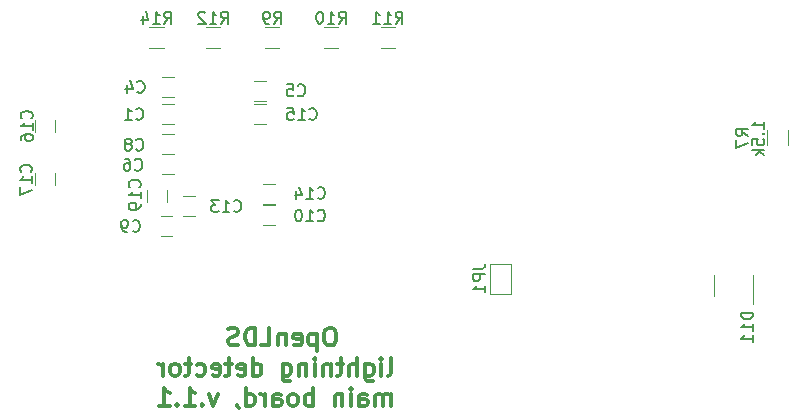
<source format=gbo>
G04 #@! TF.FileFunction,Legend,Bot*
%FSLAX46Y46*%
G04 Gerber Fmt 4.6, Leading zero omitted, Abs format (unit mm)*
G04 Created by KiCad (PCBNEW 4.0.7) date Wed Feb 14 18:29:33 2018*
%MOMM*%
%LPD*%
G01*
G04 APERTURE LIST*
%ADD10C,0.100000*%
%ADD11C,0.300000*%
%ADD12C,0.120000*%
%ADD13C,0.150000*%
G04 APERTURE END LIST*
D10*
D11*
X65428214Y-92196071D02*
X65142500Y-92196071D01*
X64999642Y-92267500D01*
X64856785Y-92410357D01*
X64785357Y-92696071D01*
X64785357Y-93196071D01*
X64856785Y-93481786D01*
X64999642Y-93624643D01*
X65142500Y-93696071D01*
X65428214Y-93696071D01*
X65571071Y-93624643D01*
X65713928Y-93481786D01*
X65785357Y-93196071D01*
X65785357Y-92696071D01*
X65713928Y-92410357D01*
X65571071Y-92267500D01*
X65428214Y-92196071D01*
X64142499Y-92696071D02*
X64142499Y-94196071D01*
X64142499Y-92767500D02*
X63999642Y-92696071D01*
X63713928Y-92696071D01*
X63571071Y-92767500D01*
X63499642Y-92838929D01*
X63428213Y-92981786D01*
X63428213Y-93410357D01*
X63499642Y-93553214D01*
X63571071Y-93624643D01*
X63713928Y-93696071D01*
X63999642Y-93696071D01*
X64142499Y-93624643D01*
X62213928Y-93624643D02*
X62356785Y-93696071D01*
X62642499Y-93696071D01*
X62785356Y-93624643D01*
X62856785Y-93481786D01*
X62856785Y-92910357D01*
X62785356Y-92767500D01*
X62642499Y-92696071D01*
X62356785Y-92696071D01*
X62213928Y-92767500D01*
X62142499Y-92910357D01*
X62142499Y-93053214D01*
X62856785Y-93196071D01*
X61499642Y-92696071D02*
X61499642Y-93696071D01*
X61499642Y-92838929D02*
X61428214Y-92767500D01*
X61285356Y-92696071D01*
X61071071Y-92696071D01*
X60928214Y-92767500D01*
X60856785Y-92910357D01*
X60856785Y-93696071D01*
X59428213Y-93696071D02*
X60142499Y-93696071D01*
X60142499Y-92196071D01*
X58928213Y-93696071D02*
X58928213Y-92196071D01*
X58571070Y-92196071D01*
X58356785Y-92267500D01*
X58213927Y-92410357D01*
X58142499Y-92553214D01*
X58071070Y-92838929D01*
X58071070Y-93053214D01*
X58142499Y-93338929D01*
X58213927Y-93481786D01*
X58356785Y-93624643D01*
X58571070Y-93696071D01*
X58928213Y-93696071D01*
X57499642Y-93624643D02*
X57285356Y-93696071D01*
X56928213Y-93696071D01*
X56785356Y-93624643D01*
X56713927Y-93553214D01*
X56642499Y-93410357D01*
X56642499Y-93267500D01*
X56713927Y-93124643D01*
X56785356Y-93053214D01*
X56928213Y-92981786D01*
X57213927Y-92910357D01*
X57356785Y-92838929D01*
X57428213Y-92767500D01*
X57499642Y-92624643D01*
X57499642Y-92481786D01*
X57428213Y-92338929D01*
X57356785Y-92267500D01*
X57213927Y-92196071D01*
X56856785Y-92196071D01*
X56642499Y-92267500D01*
X70178214Y-96246071D02*
X70321072Y-96174643D01*
X70392500Y-96031786D01*
X70392500Y-94746071D01*
X69606786Y-96246071D02*
X69606786Y-95246071D01*
X69606786Y-94746071D02*
X69678215Y-94817500D01*
X69606786Y-94888929D01*
X69535358Y-94817500D01*
X69606786Y-94746071D01*
X69606786Y-94888929D01*
X68249643Y-95246071D02*
X68249643Y-96460357D01*
X68321072Y-96603214D01*
X68392500Y-96674643D01*
X68535357Y-96746071D01*
X68749643Y-96746071D01*
X68892500Y-96674643D01*
X68249643Y-96174643D02*
X68392500Y-96246071D01*
X68678214Y-96246071D01*
X68821072Y-96174643D01*
X68892500Y-96103214D01*
X68963929Y-95960357D01*
X68963929Y-95531786D01*
X68892500Y-95388929D01*
X68821072Y-95317500D01*
X68678214Y-95246071D01*
X68392500Y-95246071D01*
X68249643Y-95317500D01*
X67535357Y-96246071D02*
X67535357Y-94746071D01*
X66892500Y-96246071D02*
X66892500Y-95460357D01*
X66963929Y-95317500D01*
X67106786Y-95246071D01*
X67321071Y-95246071D01*
X67463929Y-95317500D01*
X67535357Y-95388929D01*
X66392500Y-95246071D02*
X65821071Y-95246071D01*
X66178214Y-94746071D02*
X66178214Y-96031786D01*
X66106786Y-96174643D01*
X65963928Y-96246071D01*
X65821071Y-96246071D01*
X65321071Y-95246071D02*
X65321071Y-96246071D01*
X65321071Y-95388929D02*
X65249643Y-95317500D01*
X65106785Y-95246071D01*
X64892500Y-95246071D01*
X64749643Y-95317500D01*
X64678214Y-95460357D01*
X64678214Y-96246071D01*
X63963928Y-96246071D02*
X63963928Y-95246071D01*
X63963928Y-94746071D02*
X64035357Y-94817500D01*
X63963928Y-94888929D01*
X63892500Y-94817500D01*
X63963928Y-94746071D01*
X63963928Y-94888929D01*
X63249642Y-95246071D02*
X63249642Y-96246071D01*
X63249642Y-95388929D02*
X63178214Y-95317500D01*
X63035356Y-95246071D01*
X62821071Y-95246071D01*
X62678214Y-95317500D01*
X62606785Y-95460357D01*
X62606785Y-96246071D01*
X61249642Y-95246071D02*
X61249642Y-96460357D01*
X61321071Y-96603214D01*
X61392499Y-96674643D01*
X61535356Y-96746071D01*
X61749642Y-96746071D01*
X61892499Y-96674643D01*
X61249642Y-96174643D02*
X61392499Y-96246071D01*
X61678213Y-96246071D01*
X61821071Y-96174643D01*
X61892499Y-96103214D01*
X61963928Y-95960357D01*
X61963928Y-95531786D01*
X61892499Y-95388929D01*
X61821071Y-95317500D01*
X61678213Y-95246071D01*
X61392499Y-95246071D01*
X61249642Y-95317500D01*
X58749642Y-96246071D02*
X58749642Y-94746071D01*
X58749642Y-96174643D02*
X58892499Y-96246071D01*
X59178213Y-96246071D01*
X59321071Y-96174643D01*
X59392499Y-96103214D01*
X59463928Y-95960357D01*
X59463928Y-95531786D01*
X59392499Y-95388929D01*
X59321071Y-95317500D01*
X59178213Y-95246071D01*
X58892499Y-95246071D01*
X58749642Y-95317500D01*
X57463928Y-96174643D02*
X57606785Y-96246071D01*
X57892499Y-96246071D01*
X58035356Y-96174643D01*
X58106785Y-96031786D01*
X58106785Y-95460357D01*
X58035356Y-95317500D01*
X57892499Y-95246071D01*
X57606785Y-95246071D01*
X57463928Y-95317500D01*
X57392499Y-95460357D01*
X57392499Y-95603214D01*
X58106785Y-95746071D01*
X56963928Y-95246071D02*
X56392499Y-95246071D01*
X56749642Y-94746071D02*
X56749642Y-96031786D01*
X56678214Y-96174643D01*
X56535356Y-96246071D01*
X56392499Y-96246071D01*
X55321071Y-96174643D02*
X55463928Y-96246071D01*
X55749642Y-96246071D01*
X55892499Y-96174643D01*
X55963928Y-96031786D01*
X55963928Y-95460357D01*
X55892499Y-95317500D01*
X55749642Y-95246071D01*
X55463928Y-95246071D01*
X55321071Y-95317500D01*
X55249642Y-95460357D01*
X55249642Y-95603214D01*
X55963928Y-95746071D01*
X53963928Y-96174643D02*
X54106785Y-96246071D01*
X54392499Y-96246071D01*
X54535357Y-96174643D01*
X54606785Y-96103214D01*
X54678214Y-95960357D01*
X54678214Y-95531786D01*
X54606785Y-95388929D01*
X54535357Y-95317500D01*
X54392499Y-95246071D01*
X54106785Y-95246071D01*
X53963928Y-95317500D01*
X53535357Y-95246071D02*
X52963928Y-95246071D01*
X53321071Y-94746071D02*
X53321071Y-96031786D01*
X53249643Y-96174643D01*
X53106785Y-96246071D01*
X52963928Y-96246071D01*
X52249642Y-96246071D02*
X52392500Y-96174643D01*
X52463928Y-96103214D01*
X52535357Y-95960357D01*
X52535357Y-95531786D01*
X52463928Y-95388929D01*
X52392500Y-95317500D01*
X52249642Y-95246071D01*
X52035357Y-95246071D01*
X51892500Y-95317500D01*
X51821071Y-95388929D01*
X51749642Y-95531786D01*
X51749642Y-95960357D01*
X51821071Y-96103214D01*
X51892500Y-96174643D01*
X52035357Y-96246071D01*
X52249642Y-96246071D01*
X51106785Y-96246071D02*
X51106785Y-95246071D01*
X51106785Y-95531786D02*
X51035357Y-95388929D01*
X50963928Y-95317500D01*
X50821071Y-95246071D01*
X50678214Y-95246071D01*
X70392500Y-98796071D02*
X70392500Y-97796071D01*
X70392500Y-97938929D02*
X70321072Y-97867500D01*
X70178214Y-97796071D01*
X69963929Y-97796071D01*
X69821072Y-97867500D01*
X69749643Y-98010357D01*
X69749643Y-98796071D01*
X69749643Y-98010357D02*
X69678214Y-97867500D01*
X69535357Y-97796071D01*
X69321072Y-97796071D01*
X69178214Y-97867500D01*
X69106786Y-98010357D01*
X69106786Y-98796071D01*
X67749643Y-98796071D02*
X67749643Y-98010357D01*
X67821072Y-97867500D01*
X67963929Y-97796071D01*
X68249643Y-97796071D01*
X68392500Y-97867500D01*
X67749643Y-98724643D02*
X67892500Y-98796071D01*
X68249643Y-98796071D01*
X68392500Y-98724643D01*
X68463929Y-98581786D01*
X68463929Y-98438929D01*
X68392500Y-98296071D01*
X68249643Y-98224643D01*
X67892500Y-98224643D01*
X67749643Y-98153214D01*
X67035357Y-98796071D02*
X67035357Y-97796071D01*
X67035357Y-97296071D02*
X67106786Y-97367500D01*
X67035357Y-97438929D01*
X66963929Y-97367500D01*
X67035357Y-97296071D01*
X67035357Y-97438929D01*
X66321071Y-97796071D02*
X66321071Y-98796071D01*
X66321071Y-97938929D02*
X66249643Y-97867500D01*
X66106785Y-97796071D01*
X65892500Y-97796071D01*
X65749643Y-97867500D01*
X65678214Y-98010357D01*
X65678214Y-98796071D01*
X63821071Y-98796071D02*
X63821071Y-97296071D01*
X63821071Y-97867500D02*
X63678214Y-97796071D01*
X63392500Y-97796071D01*
X63249643Y-97867500D01*
X63178214Y-97938929D01*
X63106785Y-98081786D01*
X63106785Y-98510357D01*
X63178214Y-98653214D01*
X63249643Y-98724643D01*
X63392500Y-98796071D01*
X63678214Y-98796071D01*
X63821071Y-98724643D01*
X62249642Y-98796071D02*
X62392500Y-98724643D01*
X62463928Y-98653214D01*
X62535357Y-98510357D01*
X62535357Y-98081786D01*
X62463928Y-97938929D01*
X62392500Y-97867500D01*
X62249642Y-97796071D01*
X62035357Y-97796071D01*
X61892500Y-97867500D01*
X61821071Y-97938929D01*
X61749642Y-98081786D01*
X61749642Y-98510357D01*
X61821071Y-98653214D01*
X61892500Y-98724643D01*
X62035357Y-98796071D01*
X62249642Y-98796071D01*
X60463928Y-98796071D02*
X60463928Y-98010357D01*
X60535357Y-97867500D01*
X60678214Y-97796071D01*
X60963928Y-97796071D01*
X61106785Y-97867500D01*
X60463928Y-98724643D02*
X60606785Y-98796071D01*
X60963928Y-98796071D01*
X61106785Y-98724643D01*
X61178214Y-98581786D01*
X61178214Y-98438929D01*
X61106785Y-98296071D01*
X60963928Y-98224643D01*
X60606785Y-98224643D01*
X60463928Y-98153214D01*
X59749642Y-98796071D02*
X59749642Y-97796071D01*
X59749642Y-98081786D02*
X59678214Y-97938929D01*
X59606785Y-97867500D01*
X59463928Y-97796071D01*
X59321071Y-97796071D01*
X58178214Y-98796071D02*
X58178214Y-97296071D01*
X58178214Y-98724643D02*
X58321071Y-98796071D01*
X58606785Y-98796071D01*
X58749643Y-98724643D01*
X58821071Y-98653214D01*
X58892500Y-98510357D01*
X58892500Y-98081786D01*
X58821071Y-97938929D01*
X58749643Y-97867500D01*
X58606785Y-97796071D01*
X58321071Y-97796071D01*
X58178214Y-97867500D01*
X57392500Y-98724643D02*
X57392500Y-98796071D01*
X57463928Y-98938929D01*
X57535357Y-99010357D01*
X55749642Y-97796071D02*
X55392499Y-98796071D01*
X55035357Y-97796071D01*
X54463928Y-98653214D02*
X54392500Y-98724643D01*
X54463928Y-98796071D01*
X54535357Y-98724643D01*
X54463928Y-98653214D01*
X54463928Y-98796071D01*
X52963928Y-98796071D02*
X53821071Y-98796071D01*
X53392499Y-98796071D02*
X53392499Y-97296071D01*
X53535356Y-97510357D01*
X53678214Y-97653214D01*
X53821071Y-97724643D01*
X52321071Y-98653214D02*
X52249643Y-98724643D01*
X52321071Y-98796071D01*
X52392500Y-98724643D01*
X52321071Y-98653214D01*
X52321071Y-98796071D01*
X50821071Y-98796071D02*
X51678214Y-98796071D01*
X51249642Y-98796071D02*
X51249642Y-97296071D01*
X51392499Y-97510357D01*
X51535357Y-97653214D01*
X51678214Y-97724643D01*
D12*
X52028000Y-74963500D02*
X51028000Y-74963500D01*
X51028000Y-73263500D02*
X52028000Y-73263500D01*
X52028000Y-72663500D02*
X51028000Y-72663500D01*
X51028000Y-70963500D02*
X52028000Y-70963500D01*
X58828000Y-71263500D02*
X59828000Y-71263500D01*
X59828000Y-72963500D02*
X58828000Y-72963500D01*
X52028000Y-79163500D02*
X51028000Y-79163500D01*
X51028000Y-77463500D02*
X52028000Y-77463500D01*
X52028000Y-77463500D02*
X51028000Y-77463500D01*
X51028000Y-75763500D02*
X52028000Y-75763500D01*
X50928000Y-82763500D02*
X51928000Y-82763500D01*
X51928000Y-84463500D02*
X50928000Y-84463500D01*
X59628000Y-81788500D02*
X60628000Y-81788500D01*
X60628000Y-83488500D02*
X59628000Y-83488500D01*
X53828000Y-82763500D02*
X52828000Y-82763500D01*
X52828000Y-81063500D02*
X53828000Y-81063500D01*
X59628000Y-80013500D02*
X60628000Y-80013500D01*
X60628000Y-81713500D02*
X59628000Y-81713500D01*
X58828000Y-73263500D02*
X59828000Y-73263500D01*
X59828000Y-74963500D02*
X58828000Y-74963500D01*
X40278000Y-75613500D02*
X40278000Y-74613500D01*
X41978000Y-74613500D02*
X41978000Y-75613500D01*
X41978000Y-79113500D02*
X41978000Y-80113500D01*
X40278000Y-80113500D02*
X40278000Y-79113500D01*
X51478000Y-80513500D02*
X51478000Y-81513500D01*
X49778000Y-81513500D02*
X49778000Y-80513500D01*
X80618000Y-86768500D02*
X80618000Y-89308500D01*
X78838000Y-89308500D02*
X78838000Y-86768500D01*
X78838000Y-89308500D02*
X80618000Y-89308500D01*
X80618000Y-86768500D02*
X78838000Y-86768500D01*
X104058000Y-76688500D02*
X104058000Y-75488500D01*
X102298000Y-75488500D02*
X102298000Y-76688500D01*
X59778000Y-68518500D02*
X60978000Y-68518500D01*
X60978000Y-66758500D02*
X59778000Y-66758500D01*
X64778000Y-68518500D02*
X65978000Y-68518500D01*
X65978000Y-66758500D02*
X64778000Y-66758500D01*
X69578000Y-68518500D02*
X70778000Y-68518500D01*
X70778000Y-66758500D02*
X69578000Y-66758500D01*
X54778000Y-68518500D02*
X55978000Y-68518500D01*
X55978000Y-66758500D02*
X54778000Y-66758500D01*
X49978000Y-68518500D02*
X51178000Y-68518500D01*
X51178000Y-66758500D02*
X49978000Y-66758500D01*
X97818000Y-89538500D02*
X97818000Y-87738500D01*
X101038000Y-87738500D02*
X101038000Y-90188500D01*
D13*
X48844666Y-74495643D02*
X48892285Y-74543262D01*
X49035142Y-74590881D01*
X49130380Y-74590881D01*
X49273238Y-74543262D01*
X49368476Y-74448024D01*
X49416095Y-74352786D01*
X49463714Y-74162310D01*
X49463714Y-74019452D01*
X49416095Y-73828976D01*
X49368476Y-73733738D01*
X49273238Y-73638500D01*
X49130380Y-73590881D01*
X49035142Y-73590881D01*
X48892285Y-73638500D01*
X48844666Y-73686119D01*
X47892285Y-74590881D02*
X48463714Y-74590881D01*
X48178000Y-74590881D02*
X48178000Y-73590881D01*
X48273238Y-73733738D01*
X48368476Y-73828976D01*
X48463714Y-73876595D01*
X48944666Y-72195643D02*
X48992285Y-72243262D01*
X49135142Y-72290881D01*
X49230380Y-72290881D01*
X49373238Y-72243262D01*
X49468476Y-72148024D01*
X49516095Y-72052786D01*
X49563714Y-71862310D01*
X49563714Y-71719452D01*
X49516095Y-71528976D01*
X49468476Y-71433738D01*
X49373238Y-71338500D01*
X49230380Y-71290881D01*
X49135142Y-71290881D01*
X48992285Y-71338500D01*
X48944666Y-71386119D01*
X48087523Y-71624214D02*
X48087523Y-72290881D01*
X48325619Y-71243262D02*
X48563714Y-71957548D01*
X47944666Y-71957548D01*
X62544666Y-72495643D02*
X62592285Y-72543262D01*
X62735142Y-72590881D01*
X62830380Y-72590881D01*
X62973238Y-72543262D01*
X63068476Y-72448024D01*
X63116095Y-72352786D01*
X63163714Y-72162310D01*
X63163714Y-72019452D01*
X63116095Y-71828976D01*
X63068476Y-71733738D01*
X62973238Y-71638500D01*
X62830380Y-71590881D01*
X62735142Y-71590881D01*
X62592285Y-71638500D01*
X62544666Y-71686119D01*
X61639904Y-71590881D02*
X62116095Y-71590881D01*
X62163714Y-72067071D01*
X62116095Y-72019452D01*
X62020857Y-71971833D01*
X61782761Y-71971833D01*
X61687523Y-72019452D01*
X61639904Y-72067071D01*
X61592285Y-72162310D01*
X61592285Y-72400405D01*
X61639904Y-72495643D01*
X61687523Y-72543262D01*
X61782761Y-72590881D01*
X62020857Y-72590881D01*
X62116095Y-72543262D01*
X62163714Y-72495643D01*
X48744666Y-78795643D02*
X48792285Y-78843262D01*
X48935142Y-78890881D01*
X49030380Y-78890881D01*
X49173238Y-78843262D01*
X49268476Y-78748024D01*
X49316095Y-78652786D01*
X49363714Y-78462310D01*
X49363714Y-78319452D01*
X49316095Y-78128976D01*
X49268476Y-78033738D01*
X49173238Y-77938500D01*
X49030380Y-77890881D01*
X48935142Y-77890881D01*
X48792285Y-77938500D01*
X48744666Y-77986119D01*
X47887523Y-77890881D02*
X48078000Y-77890881D01*
X48173238Y-77938500D01*
X48220857Y-77986119D01*
X48316095Y-78128976D01*
X48363714Y-78319452D01*
X48363714Y-78700405D01*
X48316095Y-78795643D01*
X48268476Y-78843262D01*
X48173238Y-78890881D01*
X47982761Y-78890881D01*
X47887523Y-78843262D01*
X47839904Y-78795643D01*
X47792285Y-78700405D01*
X47792285Y-78462310D01*
X47839904Y-78367071D01*
X47887523Y-78319452D01*
X47982761Y-78271833D01*
X48173238Y-78271833D01*
X48268476Y-78319452D01*
X48316095Y-78367071D01*
X48363714Y-78462310D01*
X48844666Y-77095643D02*
X48892285Y-77143262D01*
X49035142Y-77190881D01*
X49130380Y-77190881D01*
X49273238Y-77143262D01*
X49368476Y-77048024D01*
X49416095Y-76952786D01*
X49463714Y-76762310D01*
X49463714Y-76619452D01*
X49416095Y-76428976D01*
X49368476Y-76333738D01*
X49273238Y-76238500D01*
X49130380Y-76190881D01*
X49035142Y-76190881D01*
X48892285Y-76238500D01*
X48844666Y-76286119D01*
X48273238Y-76619452D02*
X48368476Y-76571833D01*
X48416095Y-76524214D01*
X48463714Y-76428976D01*
X48463714Y-76381357D01*
X48416095Y-76286119D01*
X48368476Y-76238500D01*
X48273238Y-76190881D01*
X48082761Y-76190881D01*
X47987523Y-76238500D01*
X47939904Y-76286119D01*
X47892285Y-76381357D01*
X47892285Y-76428976D01*
X47939904Y-76524214D01*
X47987523Y-76571833D01*
X48082761Y-76619452D01*
X48273238Y-76619452D01*
X48368476Y-76667071D01*
X48416095Y-76714690D01*
X48463714Y-76809929D01*
X48463714Y-77000405D01*
X48416095Y-77095643D01*
X48368476Y-77143262D01*
X48273238Y-77190881D01*
X48082761Y-77190881D01*
X47987523Y-77143262D01*
X47939904Y-77095643D01*
X47892285Y-77000405D01*
X47892285Y-76809929D01*
X47939904Y-76714690D01*
X47987523Y-76667071D01*
X48082761Y-76619452D01*
X48544666Y-83995643D02*
X48592285Y-84043262D01*
X48735142Y-84090881D01*
X48830380Y-84090881D01*
X48973238Y-84043262D01*
X49068476Y-83948024D01*
X49116095Y-83852786D01*
X49163714Y-83662310D01*
X49163714Y-83519452D01*
X49116095Y-83328976D01*
X49068476Y-83233738D01*
X48973238Y-83138500D01*
X48830380Y-83090881D01*
X48735142Y-83090881D01*
X48592285Y-83138500D01*
X48544666Y-83186119D01*
X48068476Y-84090881D02*
X47878000Y-84090881D01*
X47782761Y-84043262D01*
X47735142Y-83995643D01*
X47639904Y-83852786D01*
X47592285Y-83662310D01*
X47592285Y-83281357D01*
X47639904Y-83186119D01*
X47687523Y-83138500D01*
X47782761Y-83090881D01*
X47973238Y-83090881D01*
X48068476Y-83138500D01*
X48116095Y-83186119D01*
X48163714Y-83281357D01*
X48163714Y-83519452D01*
X48116095Y-83614690D01*
X48068476Y-83662310D01*
X47973238Y-83709929D01*
X47782761Y-83709929D01*
X47687523Y-83662310D01*
X47639904Y-83614690D01*
X47592285Y-83519452D01*
X64220857Y-83095643D02*
X64268476Y-83143262D01*
X64411333Y-83190881D01*
X64506571Y-83190881D01*
X64649429Y-83143262D01*
X64744667Y-83048024D01*
X64792286Y-82952786D01*
X64839905Y-82762310D01*
X64839905Y-82619452D01*
X64792286Y-82428976D01*
X64744667Y-82333738D01*
X64649429Y-82238500D01*
X64506571Y-82190881D01*
X64411333Y-82190881D01*
X64268476Y-82238500D01*
X64220857Y-82286119D01*
X63268476Y-83190881D02*
X63839905Y-83190881D01*
X63554191Y-83190881D02*
X63554191Y-82190881D01*
X63649429Y-82333738D01*
X63744667Y-82428976D01*
X63839905Y-82476595D01*
X62649429Y-82190881D02*
X62554190Y-82190881D01*
X62458952Y-82238500D01*
X62411333Y-82286119D01*
X62363714Y-82381357D01*
X62316095Y-82571833D01*
X62316095Y-82809929D01*
X62363714Y-83000405D01*
X62411333Y-83095643D01*
X62458952Y-83143262D01*
X62554190Y-83190881D01*
X62649429Y-83190881D01*
X62744667Y-83143262D01*
X62792286Y-83095643D01*
X62839905Y-83000405D01*
X62887524Y-82809929D01*
X62887524Y-82571833D01*
X62839905Y-82381357D01*
X62792286Y-82286119D01*
X62744667Y-82238500D01*
X62649429Y-82190881D01*
X57120857Y-82295643D02*
X57168476Y-82343262D01*
X57311333Y-82390881D01*
X57406571Y-82390881D01*
X57549429Y-82343262D01*
X57644667Y-82248024D01*
X57692286Y-82152786D01*
X57739905Y-81962310D01*
X57739905Y-81819452D01*
X57692286Y-81628976D01*
X57644667Y-81533738D01*
X57549429Y-81438500D01*
X57406571Y-81390881D01*
X57311333Y-81390881D01*
X57168476Y-81438500D01*
X57120857Y-81486119D01*
X56168476Y-82390881D02*
X56739905Y-82390881D01*
X56454191Y-82390881D02*
X56454191Y-81390881D01*
X56549429Y-81533738D01*
X56644667Y-81628976D01*
X56739905Y-81676595D01*
X55835143Y-81390881D02*
X55216095Y-81390881D01*
X55549429Y-81771833D01*
X55406571Y-81771833D01*
X55311333Y-81819452D01*
X55263714Y-81867071D01*
X55216095Y-81962310D01*
X55216095Y-82200405D01*
X55263714Y-82295643D01*
X55311333Y-82343262D01*
X55406571Y-82390881D01*
X55692286Y-82390881D01*
X55787524Y-82343262D01*
X55835143Y-82295643D01*
X64220857Y-81195643D02*
X64268476Y-81243262D01*
X64411333Y-81290881D01*
X64506571Y-81290881D01*
X64649429Y-81243262D01*
X64744667Y-81148024D01*
X64792286Y-81052786D01*
X64839905Y-80862310D01*
X64839905Y-80719452D01*
X64792286Y-80528976D01*
X64744667Y-80433738D01*
X64649429Y-80338500D01*
X64506571Y-80290881D01*
X64411333Y-80290881D01*
X64268476Y-80338500D01*
X64220857Y-80386119D01*
X63268476Y-81290881D02*
X63839905Y-81290881D01*
X63554191Y-81290881D02*
X63554191Y-80290881D01*
X63649429Y-80433738D01*
X63744667Y-80528976D01*
X63839905Y-80576595D01*
X62411333Y-80624214D02*
X62411333Y-81290881D01*
X62649429Y-80243262D02*
X62887524Y-80957548D01*
X62268476Y-80957548D01*
X63520857Y-74495643D02*
X63568476Y-74543262D01*
X63711333Y-74590881D01*
X63806571Y-74590881D01*
X63949429Y-74543262D01*
X64044667Y-74448024D01*
X64092286Y-74352786D01*
X64139905Y-74162310D01*
X64139905Y-74019452D01*
X64092286Y-73828976D01*
X64044667Y-73733738D01*
X63949429Y-73638500D01*
X63806571Y-73590881D01*
X63711333Y-73590881D01*
X63568476Y-73638500D01*
X63520857Y-73686119D01*
X62568476Y-74590881D02*
X63139905Y-74590881D01*
X62854191Y-74590881D02*
X62854191Y-73590881D01*
X62949429Y-73733738D01*
X63044667Y-73828976D01*
X63139905Y-73876595D01*
X61663714Y-73590881D02*
X62139905Y-73590881D01*
X62187524Y-74067071D01*
X62139905Y-74019452D01*
X62044667Y-73971833D01*
X61806571Y-73971833D01*
X61711333Y-74019452D01*
X61663714Y-74067071D01*
X61616095Y-74162310D01*
X61616095Y-74400405D01*
X61663714Y-74495643D01*
X61711333Y-74543262D01*
X61806571Y-74590881D01*
X62044667Y-74590881D01*
X62139905Y-74543262D01*
X62187524Y-74495643D01*
X39985143Y-74470643D02*
X40032762Y-74423024D01*
X40080381Y-74280167D01*
X40080381Y-74184929D01*
X40032762Y-74042071D01*
X39937524Y-73946833D01*
X39842286Y-73899214D01*
X39651810Y-73851595D01*
X39508952Y-73851595D01*
X39318476Y-73899214D01*
X39223238Y-73946833D01*
X39128000Y-74042071D01*
X39080381Y-74184929D01*
X39080381Y-74280167D01*
X39128000Y-74423024D01*
X39175619Y-74470643D01*
X40080381Y-75423024D02*
X40080381Y-74851595D01*
X40080381Y-75137309D02*
X39080381Y-75137309D01*
X39223238Y-75042071D01*
X39318476Y-74946833D01*
X39366095Y-74851595D01*
X39080381Y-76280167D02*
X39080381Y-76089690D01*
X39128000Y-75994452D01*
X39175619Y-75946833D01*
X39318476Y-75851595D01*
X39508952Y-75803976D01*
X39889905Y-75803976D01*
X39985143Y-75851595D01*
X40032762Y-75899214D01*
X40080381Y-75994452D01*
X40080381Y-76184929D01*
X40032762Y-76280167D01*
X39985143Y-76327786D01*
X39889905Y-76375405D01*
X39651810Y-76375405D01*
X39556571Y-76327786D01*
X39508952Y-76280167D01*
X39461333Y-76184929D01*
X39461333Y-75994452D01*
X39508952Y-75899214D01*
X39556571Y-75851595D01*
X39651810Y-75803976D01*
X39935143Y-78995643D02*
X39982762Y-78948024D01*
X40030381Y-78805167D01*
X40030381Y-78709929D01*
X39982762Y-78567071D01*
X39887524Y-78471833D01*
X39792286Y-78424214D01*
X39601810Y-78376595D01*
X39458952Y-78376595D01*
X39268476Y-78424214D01*
X39173238Y-78471833D01*
X39078000Y-78567071D01*
X39030381Y-78709929D01*
X39030381Y-78805167D01*
X39078000Y-78948024D01*
X39125619Y-78995643D01*
X40030381Y-79948024D02*
X40030381Y-79376595D01*
X40030381Y-79662309D02*
X39030381Y-79662309D01*
X39173238Y-79567071D01*
X39268476Y-79471833D01*
X39316095Y-79376595D01*
X39030381Y-80281357D02*
X39030381Y-80948024D01*
X40030381Y-80519452D01*
X49135143Y-80295643D02*
X49182762Y-80248024D01*
X49230381Y-80105167D01*
X49230381Y-80009929D01*
X49182762Y-79867071D01*
X49087524Y-79771833D01*
X48992286Y-79724214D01*
X48801810Y-79676595D01*
X48658952Y-79676595D01*
X48468476Y-79724214D01*
X48373238Y-79771833D01*
X48278000Y-79867071D01*
X48230381Y-80009929D01*
X48230381Y-80105167D01*
X48278000Y-80248024D01*
X48325619Y-80295643D01*
X49230381Y-81248024D02*
X49230381Y-80676595D01*
X49230381Y-80962309D02*
X48230381Y-80962309D01*
X48373238Y-80867071D01*
X48468476Y-80771833D01*
X48516095Y-80676595D01*
X49230381Y-81724214D02*
X49230381Y-81914690D01*
X49182762Y-82009929D01*
X49135143Y-82057548D01*
X48992286Y-82152786D01*
X48801810Y-82200405D01*
X48420857Y-82200405D01*
X48325619Y-82152786D01*
X48278000Y-82105167D01*
X48230381Y-82009929D01*
X48230381Y-81819452D01*
X48278000Y-81724214D01*
X48325619Y-81676595D01*
X48420857Y-81628976D01*
X48658952Y-81628976D01*
X48754190Y-81676595D01*
X48801810Y-81724214D01*
X48849429Y-81819452D01*
X48849429Y-82009929D01*
X48801810Y-82105167D01*
X48754190Y-82152786D01*
X48658952Y-82200405D01*
X77400381Y-87205167D02*
X78114667Y-87205167D01*
X78257524Y-87157547D01*
X78352762Y-87062309D01*
X78400381Y-86919452D01*
X78400381Y-86824214D01*
X78400381Y-87681357D02*
X77400381Y-87681357D01*
X77400381Y-88062310D01*
X77448000Y-88157548D01*
X77495619Y-88205167D01*
X77590857Y-88252786D01*
X77733714Y-88252786D01*
X77828952Y-88205167D01*
X77876571Y-88157548D01*
X77924190Y-88062310D01*
X77924190Y-87681357D01*
X78400381Y-89205167D02*
X78400381Y-88633738D01*
X78400381Y-88919452D02*
X77400381Y-88919452D01*
X77543238Y-88824214D01*
X77638476Y-88728976D01*
X77686095Y-88633738D01*
X100655381Y-75946834D02*
X100179190Y-75613500D01*
X100655381Y-75375405D02*
X99655381Y-75375405D01*
X99655381Y-75756358D01*
X99703000Y-75851596D01*
X99750619Y-75899215D01*
X99845857Y-75946834D01*
X99988714Y-75946834D01*
X100083952Y-75899215D01*
X100131571Y-75851596D01*
X100179190Y-75756358D01*
X100179190Y-75375405D01*
X99655381Y-76280167D02*
X99655381Y-76946834D01*
X100655381Y-76518262D01*
X102030381Y-75330167D02*
X102030381Y-74758738D01*
X102030381Y-75044452D02*
X101030381Y-75044452D01*
X101173238Y-74949214D01*
X101268476Y-74853976D01*
X101316095Y-74758738D01*
X101935143Y-75758738D02*
X101982762Y-75806357D01*
X102030381Y-75758738D01*
X101982762Y-75711119D01*
X101935143Y-75758738D01*
X102030381Y-75758738D01*
X101030381Y-76711119D02*
X101030381Y-76234928D01*
X101506571Y-76187309D01*
X101458952Y-76234928D01*
X101411333Y-76330166D01*
X101411333Y-76568262D01*
X101458952Y-76663500D01*
X101506571Y-76711119D01*
X101601810Y-76758738D01*
X101839905Y-76758738D01*
X101935143Y-76711119D01*
X101982762Y-76663500D01*
X102030381Y-76568262D01*
X102030381Y-76330166D01*
X101982762Y-76234928D01*
X101935143Y-76187309D01*
X102030381Y-77187309D02*
X101030381Y-77187309D01*
X101649429Y-77282547D02*
X102030381Y-77568262D01*
X101363714Y-77568262D02*
X101744667Y-77187309D01*
X60544666Y-66440881D02*
X60878000Y-65964690D01*
X61116095Y-66440881D02*
X61116095Y-65440881D01*
X60735142Y-65440881D01*
X60639904Y-65488500D01*
X60592285Y-65536119D01*
X60544666Y-65631357D01*
X60544666Y-65774214D01*
X60592285Y-65869452D01*
X60639904Y-65917071D01*
X60735142Y-65964690D01*
X61116095Y-65964690D01*
X60068476Y-66440881D02*
X59878000Y-66440881D01*
X59782761Y-66393262D01*
X59735142Y-66345643D01*
X59639904Y-66202786D01*
X59592285Y-66012310D01*
X59592285Y-65631357D01*
X59639904Y-65536119D01*
X59687523Y-65488500D01*
X59782761Y-65440881D01*
X59973238Y-65440881D01*
X60068476Y-65488500D01*
X60116095Y-65536119D01*
X60163714Y-65631357D01*
X60163714Y-65869452D01*
X60116095Y-65964690D01*
X60068476Y-66012310D01*
X59973238Y-66059929D01*
X59782761Y-66059929D01*
X59687523Y-66012310D01*
X59639904Y-65964690D01*
X59592285Y-65869452D01*
X66020857Y-66440881D02*
X66354191Y-65964690D01*
X66592286Y-66440881D02*
X66592286Y-65440881D01*
X66211333Y-65440881D01*
X66116095Y-65488500D01*
X66068476Y-65536119D01*
X66020857Y-65631357D01*
X66020857Y-65774214D01*
X66068476Y-65869452D01*
X66116095Y-65917071D01*
X66211333Y-65964690D01*
X66592286Y-65964690D01*
X65068476Y-66440881D02*
X65639905Y-66440881D01*
X65354191Y-66440881D02*
X65354191Y-65440881D01*
X65449429Y-65583738D01*
X65544667Y-65678976D01*
X65639905Y-65726595D01*
X64449429Y-65440881D02*
X64354190Y-65440881D01*
X64258952Y-65488500D01*
X64211333Y-65536119D01*
X64163714Y-65631357D01*
X64116095Y-65821833D01*
X64116095Y-66059929D01*
X64163714Y-66250405D01*
X64211333Y-66345643D01*
X64258952Y-66393262D01*
X64354190Y-66440881D01*
X64449429Y-66440881D01*
X64544667Y-66393262D01*
X64592286Y-66345643D01*
X64639905Y-66250405D01*
X64687524Y-66059929D01*
X64687524Y-65821833D01*
X64639905Y-65631357D01*
X64592286Y-65536119D01*
X64544667Y-65488500D01*
X64449429Y-65440881D01*
X70820857Y-66440881D02*
X71154191Y-65964690D01*
X71392286Y-66440881D02*
X71392286Y-65440881D01*
X71011333Y-65440881D01*
X70916095Y-65488500D01*
X70868476Y-65536119D01*
X70820857Y-65631357D01*
X70820857Y-65774214D01*
X70868476Y-65869452D01*
X70916095Y-65917071D01*
X71011333Y-65964690D01*
X71392286Y-65964690D01*
X69868476Y-66440881D02*
X70439905Y-66440881D01*
X70154191Y-66440881D02*
X70154191Y-65440881D01*
X70249429Y-65583738D01*
X70344667Y-65678976D01*
X70439905Y-65726595D01*
X68916095Y-66440881D02*
X69487524Y-66440881D01*
X69201810Y-66440881D02*
X69201810Y-65440881D01*
X69297048Y-65583738D01*
X69392286Y-65678976D01*
X69487524Y-65726595D01*
X56020857Y-66440881D02*
X56354191Y-65964690D01*
X56592286Y-66440881D02*
X56592286Y-65440881D01*
X56211333Y-65440881D01*
X56116095Y-65488500D01*
X56068476Y-65536119D01*
X56020857Y-65631357D01*
X56020857Y-65774214D01*
X56068476Y-65869452D01*
X56116095Y-65917071D01*
X56211333Y-65964690D01*
X56592286Y-65964690D01*
X55068476Y-66440881D02*
X55639905Y-66440881D01*
X55354191Y-66440881D02*
X55354191Y-65440881D01*
X55449429Y-65583738D01*
X55544667Y-65678976D01*
X55639905Y-65726595D01*
X54687524Y-65536119D02*
X54639905Y-65488500D01*
X54544667Y-65440881D01*
X54306571Y-65440881D01*
X54211333Y-65488500D01*
X54163714Y-65536119D01*
X54116095Y-65631357D01*
X54116095Y-65726595D01*
X54163714Y-65869452D01*
X54735143Y-66440881D01*
X54116095Y-66440881D01*
X51220857Y-66440881D02*
X51554191Y-65964690D01*
X51792286Y-66440881D02*
X51792286Y-65440881D01*
X51411333Y-65440881D01*
X51316095Y-65488500D01*
X51268476Y-65536119D01*
X51220857Y-65631357D01*
X51220857Y-65774214D01*
X51268476Y-65869452D01*
X51316095Y-65917071D01*
X51411333Y-65964690D01*
X51792286Y-65964690D01*
X50268476Y-66440881D02*
X50839905Y-66440881D01*
X50554191Y-66440881D02*
X50554191Y-65440881D01*
X50649429Y-65583738D01*
X50744667Y-65678976D01*
X50839905Y-65726595D01*
X49411333Y-65774214D02*
X49411333Y-66440881D01*
X49649429Y-65393262D02*
X49887524Y-66107548D01*
X49268476Y-66107548D01*
X101080381Y-90924214D02*
X100080381Y-90924214D01*
X100080381Y-91162309D01*
X100128000Y-91305167D01*
X100223238Y-91400405D01*
X100318476Y-91448024D01*
X100508952Y-91495643D01*
X100651810Y-91495643D01*
X100842286Y-91448024D01*
X100937524Y-91400405D01*
X101032762Y-91305167D01*
X101080381Y-91162309D01*
X101080381Y-90924214D01*
X101080381Y-92448024D02*
X101080381Y-91876595D01*
X101080381Y-92162309D02*
X100080381Y-92162309D01*
X100223238Y-92067071D01*
X100318476Y-91971833D01*
X100366095Y-91876595D01*
X101080381Y-93400405D02*
X101080381Y-92828976D01*
X101080381Y-93114690D02*
X100080381Y-93114690D01*
X100223238Y-93019452D01*
X100318476Y-92924214D01*
X100366095Y-92828976D01*
M02*

</source>
